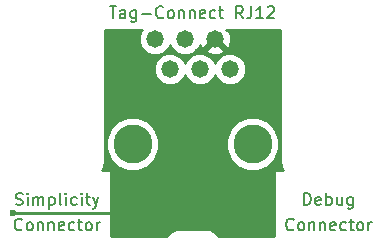
<source format=gtl>
G04 #@! TF.FileFunction,Copper,L1,Top,Signal*
%FSLAX46Y46*%
G04 Gerber Fmt 4.6, Leading zero omitted, Abs format (unit mm)*
G04 Created by KiCad (PCBNEW 4.0.1-3.201512221402+6198~38~ubuntu15.04.1-stable) date Sun 14 Feb 2016 01:03:01 PM PST*
%MOMM*%
G01*
G04 APERTURE LIST*
%ADD10C,0.100000*%
%ADD11C,0.200000*%
%ADD12C,1.471200*%
%ADD13C,3.300000*%
%ADD14C,0.600000*%
%ADD15C,0.250000*%
G04 APERTURE END LIST*
D10*
D11*
X155032619Y-111357143D02*
X154985000Y-111404762D01*
X154842143Y-111452381D01*
X154746905Y-111452381D01*
X154604047Y-111404762D01*
X154508809Y-111309524D01*
X154461190Y-111214286D01*
X154413571Y-111023810D01*
X154413571Y-110880952D01*
X154461190Y-110690476D01*
X154508809Y-110595238D01*
X154604047Y-110500000D01*
X154746905Y-110452381D01*
X154842143Y-110452381D01*
X154985000Y-110500000D01*
X155032619Y-110547619D01*
X155604047Y-111452381D02*
X155508809Y-111404762D01*
X155461190Y-111357143D01*
X155413571Y-111261905D01*
X155413571Y-110976190D01*
X155461190Y-110880952D01*
X155508809Y-110833333D01*
X155604047Y-110785714D01*
X155746905Y-110785714D01*
X155842143Y-110833333D01*
X155889762Y-110880952D01*
X155937381Y-110976190D01*
X155937381Y-111261905D01*
X155889762Y-111357143D01*
X155842143Y-111404762D01*
X155746905Y-111452381D01*
X155604047Y-111452381D01*
X156365952Y-110785714D02*
X156365952Y-111452381D01*
X156365952Y-110880952D02*
X156413571Y-110833333D01*
X156508809Y-110785714D01*
X156651667Y-110785714D01*
X156746905Y-110833333D01*
X156794524Y-110928571D01*
X156794524Y-111452381D01*
X157270714Y-110785714D02*
X157270714Y-111452381D01*
X157270714Y-110880952D02*
X157318333Y-110833333D01*
X157413571Y-110785714D01*
X157556429Y-110785714D01*
X157651667Y-110833333D01*
X157699286Y-110928571D01*
X157699286Y-111452381D01*
X158556429Y-111404762D02*
X158461191Y-111452381D01*
X158270714Y-111452381D01*
X158175476Y-111404762D01*
X158127857Y-111309524D01*
X158127857Y-110928571D01*
X158175476Y-110833333D01*
X158270714Y-110785714D01*
X158461191Y-110785714D01*
X158556429Y-110833333D01*
X158604048Y-110928571D01*
X158604048Y-111023810D01*
X158127857Y-111119048D01*
X159461191Y-111404762D02*
X159365953Y-111452381D01*
X159175476Y-111452381D01*
X159080238Y-111404762D01*
X159032619Y-111357143D01*
X158985000Y-111261905D01*
X158985000Y-110976190D01*
X159032619Y-110880952D01*
X159080238Y-110833333D01*
X159175476Y-110785714D01*
X159365953Y-110785714D01*
X159461191Y-110833333D01*
X159746905Y-110785714D02*
X160127857Y-110785714D01*
X159889762Y-110452381D02*
X159889762Y-111309524D01*
X159937381Y-111404762D01*
X160032619Y-111452381D01*
X160127857Y-111452381D01*
X160604048Y-111452381D02*
X160508810Y-111404762D01*
X160461191Y-111357143D01*
X160413572Y-111261905D01*
X160413572Y-110976190D01*
X160461191Y-110880952D01*
X160508810Y-110833333D01*
X160604048Y-110785714D01*
X160746906Y-110785714D01*
X160842144Y-110833333D01*
X160889763Y-110880952D01*
X160937382Y-110976190D01*
X160937382Y-111261905D01*
X160889763Y-111357143D01*
X160842144Y-111404762D01*
X160746906Y-111452381D01*
X160604048Y-111452381D01*
X161365953Y-111452381D02*
X161365953Y-110785714D01*
X161365953Y-110976190D02*
X161413572Y-110880952D01*
X161461191Y-110833333D01*
X161556429Y-110785714D01*
X161651668Y-110785714D01*
X132042619Y-111357143D02*
X131995000Y-111404762D01*
X131852143Y-111452381D01*
X131756905Y-111452381D01*
X131614047Y-111404762D01*
X131518809Y-111309524D01*
X131471190Y-111214286D01*
X131423571Y-111023810D01*
X131423571Y-110880952D01*
X131471190Y-110690476D01*
X131518809Y-110595238D01*
X131614047Y-110500000D01*
X131756905Y-110452381D01*
X131852143Y-110452381D01*
X131995000Y-110500000D01*
X132042619Y-110547619D01*
X132614047Y-111452381D02*
X132518809Y-111404762D01*
X132471190Y-111357143D01*
X132423571Y-111261905D01*
X132423571Y-110976190D01*
X132471190Y-110880952D01*
X132518809Y-110833333D01*
X132614047Y-110785714D01*
X132756905Y-110785714D01*
X132852143Y-110833333D01*
X132899762Y-110880952D01*
X132947381Y-110976190D01*
X132947381Y-111261905D01*
X132899762Y-111357143D01*
X132852143Y-111404762D01*
X132756905Y-111452381D01*
X132614047Y-111452381D01*
X133375952Y-110785714D02*
X133375952Y-111452381D01*
X133375952Y-110880952D02*
X133423571Y-110833333D01*
X133518809Y-110785714D01*
X133661667Y-110785714D01*
X133756905Y-110833333D01*
X133804524Y-110928571D01*
X133804524Y-111452381D01*
X134280714Y-110785714D02*
X134280714Y-111452381D01*
X134280714Y-110880952D02*
X134328333Y-110833333D01*
X134423571Y-110785714D01*
X134566429Y-110785714D01*
X134661667Y-110833333D01*
X134709286Y-110928571D01*
X134709286Y-111452381D01*
X135566429Y-111404762D02*
X135471191Y-111452381D01*
X135280714Y-111452381D01*
X135185476Y-111404762D01*
X135137857Y-111309524D01*
X135137857Y-110928571D01*
X135185476Y-110833333D01*
X135280714Y-110785714D01*
X135471191Y-110785714D01*
X135566429Y-110833333D01*
X135614048Y-110928571D01*
X135614048Y-111023810D01*
X135137857Y-111119048D01*
X136471191Y-111404762D02*
X136375953Y-111452381D01*
X136185476Y-111452381D01*
X136090238Y-111404762D01*
X136042619Y-111357143D01*
X135995000Y-111261905D01*
X135995000Y-110976190D01*
X136042619Y-110880952D01*
X136090238Y-110833333D01*
X136185476Y-110785714D01*
X136375953Y-110785714D01*
X136471191Y-110833333D01*
X136756905Y-110785714D02*
X137137857Y-110785714D01*
X136899762Y-110452381D02*
X136899762Y-111309524D01*
X136947381Y-111404762D01*
X137042619Y-111452381D01*
X137137857Y-111452381D01*
X137614048Y-111452381D02*
X137518810Y-111404762D01*
X137471191Y-111357143D01*
X137423572Y-111261905D01*
X137423572Y-110976190D01*
X137471191Y-110880952D01*
X137518810Y-110833333D01*
X137614048Y-110785714D01*
X137756906Y-110785714D01*
X137852144Y-110833333D01*
X137899763Y-110880952D01*
X137947382Y-110976190D01*
X137947382Y-111261905D01*
X137899763Y-111357143D01*
X137852144Y-111404762D01*
X137756906Y-111452381D01*
X137614048Y-111452381D01*
X138375953Y-111452381D02*
X138375953Y-110785714D01*
X138375953Y-110976190D02*
X138423572Y-110880952D01*
X138471191Y-110833333D01*
X138566429Y-110785714D01*
X138661668Y-110785714D01*
X139466190Y-92482381D02*
X140037619Y-92482381D01*
X139751904Y-93482381D02*
X139751904Y-92482381D01*
X140799524Y-93482381D02*
X140799524Y-92958571D01*
X140751905Y-92863333D01*
X140656667Y-92815714D01*
X140466190Y-92815714D01*
X140370952Y-92863333D01*
X140799524Y-93434762D02*
X140704286Y-93482381D01*
X140466190Y-93482381D01*
X140370952Y-93434762D01*
X140323333Y-93339524D01*
X140323333Y-93244286D01*
X140370952Y-93149048D01*
X140466190Y-93101429D01*
X140704286Y-93101429D01*
X140799524Y-93053810D01*
X141704286Y-92815714D02*
X141704286Y-93625238D01*
X141656667Y-93720476D01*
X141609048Y-93768095D01*
X141513809Y-93815714D01*
X141370952Y-93815714D01*
X141275714Y-93768095D01*
X141704286Y-93434762D02*
X141609048Y-93482381D01*
X141418571Y-93482381D01*
X141323333Y-93434762D01*
X141275714Y-93387143D01*
X141228095Y-93291905D01*
X141228095Y-93006190D01*
X141275714Y-92910952D01*
X141323333Y-92863333D01*
X141418571Y-92815714D01*
X141609048Y-92815714D01*
X141704286Y-92863333D01*
X142180476Y-93101429D02*
X142942381Y-93101429D01*
X143990000Y-93387143D02*
X143942381Y-93434762D01*
X143799524Y-93482381D01*
X143704286Y-93482381D01*
X143561428Y-93434762D01*
X143466190Y-93339524D01*
X143418571Y-93244286D01*
X143370952Y-93053810D01*
X143370952Y-92910952D01*
X143418571Y-92720476D01*
X143466190Y-92625238D01*
X143561428Y-92530000D01*
X143704286Y-92482381D01*
X143799524Y-92482381D01*
X143942381Y-92530000D01*
X143990000Y-92577619D01*
X144561428Y-93482381D02*
X144466190Y-93434762D01*
X144418571Y-93387143D01*
X144370952Y-93291905D01*
X144370952Y-93006190D01*
X144418571Y-92910952D01*
X144466190Y-92863333D01*
X144561428Y-92815714D01*
X144704286Y-92815714D01*
X144799524Y-92863333D01*
X144847143Y-92910952D01*
X144894762Y-93006190D01*
X144894762Y-93291905D01*
X144847143Y-93387143D01*
X144799524Y-93434762D01*
X144704286Y-93482381D01*
X144561428Y-93482381D01*
X145323333Y-92815714D02*
X145323333Y-93482381D01*
X145323333Y-92910952D02*
X145370952Y-92863333D01*
X145466190Y-92815714D01*
X145609048Y-92815714D01*
X145704286Y-92863333D01*
X145751905Y-92958571D01*
X145751905Y-93482381D01*
X146228095Y-92815714D02*
X146228095Y-93482381D01*
X146228095Y-92910952D02*
X146275714Y-92863333D01*
X146370952Y-92815714D01*
X146513810Y-92815714D01*
X146609048Y-92863333D01*
X146656667Y-92958571D01*
X146656667Y-93482381D01*
X147513810Y-93434762D02*
X147418572Y-93482381D01*
X147228095Y-93482381D01*
X147132857Y-93434762D01*
X147085238Y-93339524D01*
X147085238Y-92958571D01*
X147132857Y-92863333D01*
X147228095Y-92815714D01*
X147418572Y-92815714D01*
X147513810Y-92863333D01*
X147561429Y-92958571D01*
X147561429Y-93053810D01*
X147085238Y-93149048D01*
X148418572Y-93434762D02*
X148323334Y-93482381D01*
X148132857Y-93482381D01*
X148037619Y-93434762D01*
X147990000Y-93387143D01*
X147942381Y-93291905D01*
X147942381Y-93006190D01*
X147990000Y-92910952D01*
X148037619Y-92863333D01*
X148132857Y-92815714D01*
X148323334Y-92815714D01*
X148418572Y-92863333D01*
X148704286Y-92815714D02*
X149085238Y-92815714D01*
X148847143Y-92482381D02*
X148847143Y-93339524D01*
X148894762Y-93434762D01*
X148990000Y-93482381D01*
X149085238Y-93482381D01*
X150751906Y-93482381D02*
X150418572Y-93006190D01*
X150180477Y-93482381D02*
X150180477Y-92482381D01*
X150561430Y-92482381D01*
X150656668Y-92530000D01*
X150704287Y-92577619D01*
X150751906Y-92672857D01*
X150751906Y-92815714D01*
X150704287Y-92910952D01*
X150656668Y-92958571D01*
X150561430Y-93006190D01*
X150180477Y-93006190D01*
X151466192Y-92482381D02*
X151466192Y-93196667D01*
X151418572Y-93339524D01*
X151323334Y-93434762D01*
X151180477Y-93482381D01*
X151085239Y-93482381D01*
X152466192Y-93482381D02*
X151894763Y-93482381D01*
X152180477Y-93482381D02*
X152180477Y-92482381D01*
X152085239Y-92625238D01*
X151990001Y-92720476D01*
X151894763Y-92768095D01*
X152847144Y-92577619D02*
X152894763Y-92530000D01*
X152990001Y-92482381D01*
X153228097Y-92482381D01*
X153323335Y-92530000D01*
X153370954Y-92577619D01*
X153418573Y-92672857D01*
X153418573Y-92768095D01*
X153370954Y-92910952D01*
X152799525Y-93482381D01*
X153418573Y-93482381D01*
X131518810Y-109254762D02*
X131661667Y-109302381D01*
X131899763Y-109302381D01*
X131995001Y-109254762D01*
X132042620Y-109207143D01*
X132090239Y-109111905D01*
X132090239Y-109016667D01*
X132042620Y-108921429D01*
X131995001Y-108873810D01*
X131899763Y-108826190D01*
X131709286Y-108778571D01*
X131614048Y-108730952D01*
X131566429Y-108683333D01*
X131518810Y-108588095D01*
X131518810Y-108492857D01*
X131566429Y-108397619D01*
X131614048Y-108350000D01*
X131709286Y-108302381D01*
X131947382Y-108302381D01*
X132090239Y-108350000D01*
X132518810Y-109302381D02*
X132518810Y-108635714D01*
X132518810Y-108302381D02*
X132471191Y-108350000D01*
X132518810Y-108397619D01*
X132566429Y-108350000D01*
X132518810Y-108302381D01*
X132518810Y-108397619D01*
X132995000Y-109302381D02*
X132995000Y-108635714D01*
X132995000Y-108730952D02*
X133042619Y-108683333D01*
X133137857Y-108635714D01*
X133280715Y-108635714D01*
X133375953Y-108683333D01*
X133423572Y-108778571D01*
X133423572Y-109302381D01*
X133423572Y-108778571D02*
X133471191Y-108683333D01*
X133566429Y-108635714D01*
X133709286Y-108635714D01*
X133804524Y-108683333D01*
X133852143Y-108778571D01*
X133852143Y-109302381D01*
X134328333Y-108635714D02*
X134328333Y-109635714D01*
X134328333Y-108683333D02*
X134423571Y-108635714D01*
X134614048Y-108635714D01*
X134709286Y-108683333D01*
X134756905Y-108730952D01*
X134804524Y-108826190D01*
X134804524Y-109111905D01*
X134756905Y-109207143D01*
X134709286Y-109254762D01*
X134614048Y-109302381D01*
X134423571Y-109302381D01*
X134328333Y-109254762D01*
X135375952Y-109302381D02*
X135280714Y-109254762D01*
X135233095Y-109159524D01*
X135233095Y-108302381D01*
X135756905Y-109302381D02*
X135756905Y-108635714D01*
X135756905Y-108302381D02*
X135709286Y-108350000D01*
X135756905Y-108397619D01*
X135804524Y-108350000D01*
X135756905Y-108302381D01*
X135756905Y-108397619D01*
X136661667Y-109254762D02*
X136566429Y-109302381D01*
X136375952Y-109302381D01*
X136280714Y-109254762D01*
X136233095Y-109207143D01*
X136185476Y-109111905D01*
X136185476Y-108826190D01*
X136233095Y-108730952D01*
X136280714Y-108683333D01*
X136375952Y-108635714D01*
X136566429Y-108635714D01*
X136661667Y-108683333D01*
X137090238Y-109302381D02*
X137090238Y-108635714D01*
X137090238Y-108302381D02*
X137042619Y-108350000D01*
X137090238Y-108397619D01*
X137137857Y-108350000D01*
X137090238Y-108302381D01*
X137090238Y-108397619D01*
X137423571Y-108635714D02*
X137804523Y-108635714D01*
X137566428Y-108302381D02*
X137566428Y-109159524D01*
X137614047Y-109254762D01*
X137709285Y-109302381D01*
X137804523Y-109302381D01*
X138042619Y-108635714D02*
X138280714Y-109302381D01*
X138518810Y-108635714D02*
X138280714Y-109302381D01*
X138185476Y-109540476D01*
X138137857Y-109588095D01*
X138042619Y-109635714D01*
X155937381Y-109305381D02*
X155937381Y-108305381D01*
X156175476Y-108305381D01*
X156318334Y-108353000D01*
X156413572Y-108448238D01*
X156461191Y-108543476D01*
X156508810Y-108733952D01*
X156508810Y-108876810D01*
X156461191Y-109067286D01*
X156413572Y-109162524D01*
X156318334Y-109257762D01*
X156175476Y-109305381D01*
X155937381Y-109305381D01*
X157318334Y-109257762D02*
X157223096Y-109305381D01*
X157032619Y-109305381D01*
X156937381Y-109257762D01*
X156889762Y-109162524D01*
X156889762Y-108781571D01*
X156937381Y-108686333D01*
X157032619Y-108638714D01*
X157223096Y-108638714D01*
X157318334Y-108686333D01*
X157365953Y-108781571D01*
X157365953Y-108876810D01*
X156889762Y-108972048D01*
X157794524Y-109305381D02*
X157794524Y-108305381D01*
X157794524Y-108686333D02*
X157889762Y-108638714D01*
X158080239Y-108638714D01*
X158175477Y-108686333D01*
X158223096Y-108733952D01*
X158270715Y-108829190D01*
X158270715Y-109114905D01*
X158223096Y-109210143D01*
X158175477Y-109257762D01*
X158080239Y-109305381D01*
X157889762Y-109305381D01*
X157794524Y-109257762D01*
X159127858Y-108638714D02*
X159127858Y-109305381D01*
X158699286Y-108638714D02*
X158699286Y-109162524D01*
X158746905Y-109257762D01*
X158842143Y-109305381D01*
X158985001Y-109305381D01*
X159080239Y-109257762D01*
X159127858Y-109210143D01*
X160032620Y-108638714D02*
X160032620Y-109448238D01*
X159985001Y-109543476D01*
X159937382Y-109591095D01*
X159842143Y-109638714D01*
X159699286Y-109638714D01*
X159604048Y-109591095D01*
X160032620Y-109257762D02*
X159937382Y-109305381D01*
X159746905Y-109305381D01*
X159651667Y-109257762D01*
X159604048Y-109210143D01*
X159556429Y-109114905D01*
X159556429Y-108829190D01*
X159604048Y-108733952D01*
X159651667Y-108686333D01*
X159746905Y-108638714D01*
X159937382Y-108638714D01*
X160032620Y-108686333D01*
D12*
X149657500Y-97800000D03*
D13*
X151567500Y-104150000D03*
X141407500Y-104150000D03*
D12*
X148387500Y-95260000D03*
X145847500Y-95260000D03*
X143307500Y-95260000D03*
X147117500Y-97800000D03*
X144577500Y-97800000D03*
D14*
X131250000Y-110000000D03*
X146487500Y-110000000D03*
D15*
X146487500Y-110000000D02*
X131250000Y-110000000D01*
G36*
X142154712Y-94488276D02*
X141947136Y-94988173D01*
X141946664Y-95529453D01*
X142153367Y-96029711D01*
X142535776Y-96412788D01*
X143035673Y-96620364D01*
X143576953Y-96620836D01*
X144077211Y-96414133D01*
X144460288Y-96031724D01*
X144577532Y-95749370D01*
X144693367Y-96029711D01*
X145075776Y-96412788D01*
X145575673Y-96620364D01*
X146116953Y-96620836D01*
X146617211Y-96414133D01*
X146810426Y-96221254D01*
X147608680Y-96221254D01*
X147675173Y-96459902D01*
X148188578Y-96641161D01*
X148732268Y-96612150D01*
X149099827Y-96459902D01*
X149166320Y-96221254D01*
X148387500Y-95442434D01*
X147608680Y-96221254D01*
X146810426Y-96221254D01*
X147000288Y-96031724D01*
X147106375Y-95776238D01*
X147187598Y-95972327D01*
X147426246Y-96038820D01*
X148205066Y-95260000D01*
X148190924Y-95245858D01*
X148373358Y-95063424D01*
X148387500Y-95077566D01*
X148401642Y-95063424D01*
X148584076Y-95245858D01*
X148569934Y-95260000D01*
X149348754Y-96038820D01*
X149587402Y-95972327D01*
X149768661Y-95458922D01*
X149739650Y-94915232D01*
X149587402Y-94547673D01*
X149348756Y-94481180D01*
X149374936Y-94455000D01*
X153870000Y-94455000D01*
X153870000Y-105450000D01*
X153883450Y-105517618D01*
X153883450Y-105586563D01*
X153959570Y-105969245D01*
X153959570Y-105969246D01*
X153995647Y-106056343D01*
X154064090Y-106221581D01*
X154064091Y-106221582D01*
X154133193Y-106325000D01*
X153490000Y-106325000D01*
X153444568Y-106333549D01*
X153402841Y-106360399D01*
X153374848Y-106401368D01*
X153365000Y-106450000D01*
X153365000Y-111905000D01*
X148653492Y-111905000D01*
X148565226Y-111772901D01*
X148468662Y-111676338D01*
X148372099Y-111579774D01*
X148226109Y-111482226D01*
X148226107Y-111482225D01*
X148226106Y-111482224D01*
X148090973Y-111426250D01*
X147973774Y-111377705D01*
X147973772Y-111377705D01*
X147973770Y-111377704D01*
X147801562Y-111343450D01*
X147732618Y-111343450D01*
X147665000Y-111330000D01*
X145315000Y-111330000D01*
X145247382Y-111343450D01*
X145178438Y-111343450D01*
X145006230Y-111377704D01*
X145006228Y-111377705D01*
X145006226Y-111377705D01*
X144889027Y-111426250D01*
X144753894Y-111482224D01*
X144753893Y-111482225D01*
X144753891Y-111482226D01*
X144607901Y-111579774D01*
X144511338Y-111676338D01*
X144414774Y-111772901D01*
X144326508Y-111905000D01*
X139615000Y-111905000D01*
X139615000Y-106450000D01*
X139606451Y-106404568D01*
X139579601Y-106362841D01*
X139538632Y-106334848D01*
X139490000Y-106325000D01*
X138826807Y-106325000D01*
X138895909Y-106221582D01*
X138895910Y-106221581D01*
X138962383Y-106061100D01*
X139000430Y-105969247D01*
X139000430Y-105969245D01*
X139076550Y-105586563D01*
X139076550Y-105517618D01*
X139090000Y-105450000D01*
X139090000Y-104600540D01*
X139132106Y-104600540D01*
X139477724Y-105437000D01*
X140117133Y-106077527D01*
X140952989Y-106424604D01*
X141858040Y-106425394D01*
X142694500Y-106079776D01*
X143335027Y-105440367D01*
X143682104Y-104604511D01*
X143682107Y-104600540D01*
X149292106Y-104600540D01*
X149637724Y-105437000D01*
X150277133Y-106077527D01*
X151112989Y-106424604D01*
X152018040Y-106425394D01*
X152854500Y-106079776D01*
X153495027Y-105440367D01*
X153842104Y-104604511D01*
X153842894Y-103699460D01*
X153497276Y-102863000D01*
X152857867Y-102222473D01*
X152022011Y-101875396D01*
X151116960Y-101874606D01*
X150280500Y-102220224D01*
X149639973Y-102859633D01*
X149292896Y-103695489D01*
X149292106Y-104600540D01*
X143682107Y-104600540D01*
X143682894Y-103699460D01*
X143337276Y-102863000D01*
X142697867Y-102222473D01*
X141862011Y-101875396D01*
X140956960Y-101874606D01*
X140120500Y-102220224D01*
X139479973Y-102859633D01*
X139132896Y-103695489D01*
X139132106Y-104600540D01*
X139090000Y-104600540D01*
X139090000Y-98069453D01*
X143216664Y-98069453D01*
X143423367Y-98569711D01*
X143805776Y-98952788D01*
X144305673Y-99160364D01*
X144846953Y-99160836D01*
X145347211Y-98954133D01*
X145730288Y-98571724D01*
X145847532Y-98289370D01*
X145963367Y-98569711D01*
X146345776Y-98952788D01*
X146845673Y-99160364D01*
X147386953Y-99160836D01*
X147887211Y-98954133D01*
X148270288Y-98571724D01*
X148387532Y-98289370D01*
X148503367Y-98569711D01*
X148885776Y-98952788D01*
X149385673Y-99160364D01*
X149926953Y-99160836D01*
X150427211Y-98954133D01*
X150810288Y-98571724D01*
X151017864Y-98071827D01*
X151018336Y-97530547D01*
X150811633Y-97030289D01*
X150429224Y-96647212D01*
X149929327Y-96439636D01*
X149388047Y-96439164D01*
X148887789Y-96645867D01*
X148504712Y-97028276D01*
X148387468Y-97310630D01*
X148271633Y-97030289D01*
X147889224Y-96647212D01*
X147389327Y-96439636D01*
X146848047Y-96439164D01*
X146347789Y-96645867D01*
X145964712Y-97028276D01*
X145847468Y-97310630D01*
X145731633Y-97030289D01*
X145349224Y-96647212D01*
X144849327Y-96439636D01*
X144308047Y-96439164D01*
X143807789Y-96645867D01*
X143424712Y-97028276D01*
X143217136Y-97528173D01*
X143216664Y-98069453D01*
X139090000Y-98069453D01*
X139090000Y-94455000D01*
X142188046Y-94455000D01*
X142154712Y-94488276D01*
X142154712Y-94488276D01*
G37*
X142154712Y-94488276D02*
X141947136Y-94988173D01*
X141946664Y-95529453D01*
X142153367Y-96029711D01*
X142535776Y-96412788D01*
X143035673Y-96620364D01*
X143576953Y-96620836D01*
X144077211Y-96414133D01*
X144460288Y-96031724D01*
X144577532Y-95749370D01*
X144693367Y-96029711D01*
X145075776Y-96412788D01*
X145575673Y-96620364D01*
X146116953Y-96620836D01*
X146617211Y-96414133D01*
X146810426Y-96221254D01*
X147608680Y-96221254D01*
X147675173Y-96459902D01*
X148188578Y-96641161D01*
X148732268Y-96612150D01*
X149099827Y-96459902D01*
X149166320Y-96221254D01*
X148387500Y-95442434D01*
X147608680Y-96221254D01*
X146810426Y-96221254D01*
X147000288Y-96031724D01*
X147106375Y-95776238D01*
X147187598Y-95972327D01*
X147426246Y-96038820D01*
X148205066Y-95260000D01*
X148190924Y-95245858D01*
X148373358Y-95063424D01*
X148387500Y-95077566D01*
X148401642Y-95063424D01*
X148584076Y-95245858D01*
X148569934Y-95260000D01*
X149348754Y-96038820D01*
X149587402Y-95972327D01*
X149768661Y-95458922D01*
X149739650Y-94915232D01*
X149587402Y-94547673D01*
X149348756Y-94481180D01*
X149374936Y-94455000D01*
X153870000Y-94455000D01*
X153870000Y-105450000D01*
X153883450Y-105517618D01*
X153883450Y-105586563D01*
X153959570Y-105969245D01*
X153959570Y-105969246D01*
X153995647Y-106056343D01*
X154064090Y-106221581D01*
X154064091Y-106221582D01*
X154133193Y-106325000D01*
X153490000Y-106325000D01*
X153444568Y-106333549D01*
X153402841Y-106360399D01*
X153374848Y-106401368D01*
X153365000Y-106450000D01*
X153365000Y-111905000D01*
X148653492Y-111905000D01*
X148565226Y-111772901D01*
X148468662Y-111676338D01*
X148372099Y-111579774D01*
X148226109Y-111482226D01*
X148226107Y-111482225D01*
X148226106Y-111482224D01*
X148090973Y-111426250D01*
X147973774Y-111377705D01*
X147973772Y-111377705D01*
X147973770Y-111377704D01*
X147801562Y-111343450D01*
X147732618Y-111343450D01*
X147665000Y-111330000D01*
X145315000Y-111330000D01*
X145247382Y-111343450D01*
X145178438Y-111343450D01*
X145006230Y-111377704D01*
X145006228Y-111377705D01*
X145006226Y-111377705D01*
X144889027Y-111426250D01*
X144753894Y-111482224D01*
X144753893Y-111482225D01*
X144753891Y-111482226D01*
X144607901Y-111579774D01*
X144511338Y-111676338D01*
X144414774Y-111772901D01*
X144326508Y-111905000D01*
X139615000Y-111905000D01*
X139615000Y-106450000D01*
X139606451Y-106404568D01*
X139579601Y-106362841D01*
X139538632Y-106334848D01*
X139490000Y-106325000D01*
X138826807Y-106325000D01*
X138895909Y-106221582D01*
X138895910Y-106221581D01*
X138962383Y-106061100D01*
X139000430Y-105969247D01*
X139000430Y-105969245D01*
X139076550Y-105586563D01*
X139076550Y-105517618D01*
X139090000Y-105450000D01*
X139090000Y-104600540D01*
X139132106Y-104600540D01*
X139477724Y-105437000D01*
X140117133Y-106077527D01*
X140952989Y-106424604D01*
X141858040Y-106425394D01*
X142694500Y-106079776D01*
X143335027Y-105440367D01*
X143682104Y-104604511D01*
X143682107Y-104600540D01*
X149292106Y-104600540D01*
X149637724Y-105437000D01*
X150277133Y-106077527D01*
X151112989Y-106424604D01*
X152018040Y-106425394D01*
X152854500Y-106079776D01*
X153495027Y-105440367D01*
X153842104Y-104604511D01*
X153842894Y-103699460D01*
X153497276Y-102863000D01*
X152857867Y-102222473D01*
X152022011Y-101875396D01*
X151116960Y-101874606D01*
X150280500Y-102220224D01*
X149639973Y-102859633D01*
X149292896Y-103695489D01*
X149292106Y-104600540D01*
X143682107Y-104600540D01*
X143682894Y-103699460D01*
X143337276Y-102863000D01*
X142697867Y-102222473D01*
X141862011Y-101875396D01*
X140956960Y-101874606D01*
X140120500Y-102220224D01*
X139479973Y-102859633D01*
X139132896Y-103695489D01*
X139132106Y-104600540D01*
X139090000Y-104600540D01*
X139090000Y-98069453D01*
X143216664Y-98069453D01*
X143423367Y-98569711D01*
X143805776Y-98952788D01*
X144305673Y-99160364D01*
X144846953Y-99160836D01*
X145347211Y-98954133D01*
X145730288Y-98571724D01*
X145847532Y-98289370D01*
X145963367Y-98569711D01*
X146345776Y-98952788D01*
X146845673Y-99160364D01*
X147386953Y-99160836D01*
X147887211Y-98954133D01*
X148270288Y-98571724D01*
X148387532Y-98289370D01*
X148503367Y-98569711D01*
X148885776Y-98952788D01*
X149385673Y-99160364D01*
X149926953Y-99160836D01*
X150427211Y-98954133D01*
X150810288Y-98571724D01*
X151017864Y-98071827D01*
X151018336Y-97530547D01*
X150811633Y-97030289D01*
X150429224Y-96647212D01*
X149929327Y-96439636D01*
X149388047Y-96439164D01*
X148887789Y-96645867D01*
X148504712Y-97028276D01*
X148387468Y-97310630D01*
X148271633Y-97030289D01*
X147889224Y-96647212D01*
X147389327Y-96439636D01*
X146848047Y-96439164D01*
X146347789Y-96645867D01*
X145964712Y-97028276D01*
X145847468Y-97310630D01*
X145731633Y-97030289D01*
X145349224Y-96647212D01*
X144849327Y-96439636D01*
X144308047Y-96439164D01*
X143807789Y-96645867D01*
X143424712Y-97028276D01*
X143217136Y-97528173D01*
X143216664Y-98069453D01*
X139090000Y-98069453D01*
X139090000Y-94455000D01*
X142188046Y-94455000D01*
X142154712Y-94488276D01*
M02*

</source>
